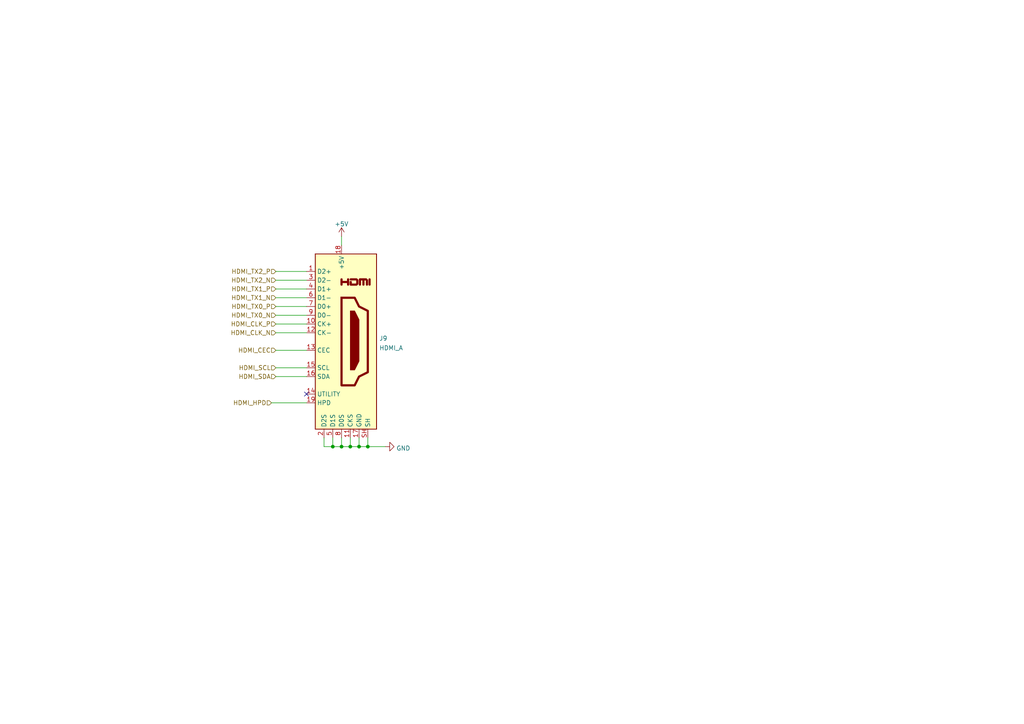
<source format=kicad_sch>
(kicad_sch (version 20211123) (generator eeschema)
  (paper "A4")
  (lib_symbols
    (symbol "Connector:HDMI_A"
      (property "Reference" "J" (at -6.35 26.67 0))
      (property "Value" "HDMI_A" (at 10.16 26.67 0))
      (symbol "HDMI_A_0_0"
        (polyline (pts (xy 8.128 16.51) (xy 8.128 18.034)) (stroke (width 0.635)))
        (polyline (pts (xy 0 16.51) (xy 0 18.034) (xy 0 17.272) (xy 1.905 17.272) (xy 1.905 18.034) (xy 1.905 16.51)) (stroke (width 0.635)))
        (polyline (pts (xy 2.667 18.034) (xy 4.318 18.034) (xy 4.572 17.78) (xy 4.572 16.764) (xy 4.318 16.51) (xy 2.667 16.51) (xy 2.667 17.272)) (stroke (width 0.635)))
      )
      (symbol "HDMI_A_0_1"
        (rectangle (start -7.62 25.4) (end 10.16 -25.4) (stroke (width 0.254)) (fill (type background)))
        (polyline (pts (xy 2.54 8.89) (xy 3.81 8.89) (xy 5.08 6.35) (xy 5.08 -5.715) (xy 3.81 -8.255) (xy 2.54 -8.255) (xy 2.54 8.89)) (fill (type outline)))
        (polyline (pts (xy 5.334 16.51) (xy 5.334 18.034) (xy 6.35 18.034) (xy 6.35 16.51) (xy 6.35 18.034) (xy 7.112 18.034) (xy 7.366 17.78) (xy 7.366 16.51)) (stroke (width 0.635)))
        (polyline (pts (xy 0 12.7) (xy 0 -12.7) (xy 3.81 -12.7) (xy 5.08 -10.16) (xy 7.62 -8.89) (xy 7.62 8.89) (xy 5.08 10.16) (xy 3.81 12.7) (xy 0 12.7)) (stroke (width 0.635)))
      )
      (symbol "HDMI_A_1_1"
        (pin passive line (at -10.16 20.32 0) (length 2.54) (name "D2+") (number "1"))
        (pin passive line (at -10.16 5.08 0) (length 2.54) (name "CK+") (number "10"))
        (pin power_in line (at 2.54 -27.94 90) (length 2.54) (name "CKS") (number "11"))
        (pin passive line (at -10.16 2.54 0) (length 2.54) (name "CK-") (number "12"))
        (pin bidirectional line (at -10.16 -2.54 0) (length 2.54) (name "CEC") (number "13"))
        (pin passive line (at -10.16 -15.24 0) (length 2.54) (name "UTILITY") (number "14"))
        (pin passive line (at -10.16 -7.62 0) (length 2.54) (name "SCL") (number "15"))
        (pin bidirectional line (at -10.16 -10.16 0) (length 2.54) (name "SDA") (number "16"))
        (pin power_in line (at 5.08 -27.94 90) (length 2.54) (name "GND") (number "17"))
        (pin power_in line (at 0 27.94 270) (length 2.54) (name "+5V") (number "18"))
        (pin passive line (at -10.16 -17.78 0) (length 2.54) (name "HPD") (number "19"))
        (pin power_in line (at -5.08 -27.94 90) (length 2.54) (name "D2S") (number "2"))
        (pin passive line (at -10.16 17.78 0) (length 2.54) (name "D2-") (number "3"))
        (pin passive line (at -10.16 15.24 0) (length 2.54) (name "D1+") (number "4"))
        (pin power_in line (at -2.54 -27.94 90) (length 2.54) (name "D1S") (number "5"))
        (pin passive line (at -10.16 12.7 0) (length 2.54) (name "D1-") (number "6"))
        (pin passive line (at -10.16 10.16 0) (length 2.54) (name "D0+") (number "7"))
        (pin power_in line (at 0 -27.94 90) (length 2.54) (name "D0S") (number "8"))
        (pin passive line (at -10.16 7.62 0) (length 2.54) (name "D0-") (number "9"))
        (pin passive line (at 7.62 -27.94 90) (length 2.54) (name "SH") (number "SH"))
      )
    )
    (symbol "power:+5V" (power) (pin_names (offset 0))
      (property "Value" "+5V" (at 0 3.556 0))
      (symbol "+5V_0_1"
        (polyline (pts (xy -0.762 1.27) (xy 0 2.54)))
        (polyline (pts (xy 0 0) (xy 0 2.54)))
        (polyline (pts (xy 0 2.54) (xy 0.762 1.27)))
      )
      (symbol "+5V_1_1"
        (pin power_in line (at 0 0 90) (length 0) hide (name "+5V") (number "1"))
      )
    )
    (symbol "power:GND" (power) (pin_names (offset 0))
      (property "Value" "GND" (at 0 -3.81 0))
      (symbol "GND_0_1"
        (polyline (pts (xy 0 0) (xy 0 -1.27) (xy 1.27 -1.27) (xy 0 -2.54) (xy -1.27 -1.27) (xy 0 -1.27)))
      )
      (symbol "GND_1_1"
        (pin power_in line (at 0 0 270) (length 0) hide (name "GND") (number "1"))
      )
    )
  )
  (junction (at 96.52 129.54))
  (junction (at 99.06 129.54))
  (junction (at 101.6 129.54))
  (junction (at 104.14 129.54))
  (junction (at 106.68 129.54))
  (no_connect (at 88.9 114.3))
  (wire (pts (xy 96.52 129.54) (xy 99.06 129.54)))
  (wire (pts (xy 78.74 116.84) (xy 88.9 116.84)))
  (wire (pts (xy 99.06 68.58) (xy 99.06 71.12)))
  (wire (pts (xy 93.98 129.54) (xy 93.98 127)))
  (wire (pts (xy 80.01 88.9) (xy 88.9 88.9)))
  (wire (pts (xy 80.01 91.44) (xy 88.9 91.44)))
  (wire (pts (xy 80.01 106.68) (xy 88.9 106.68)))
  (wire (pts (xy 80.01 78.74) (xy 88.9 78.74)))
  (wire (pts (xy 80.01 86.36) (xy 88.9 86.36)))
  (wire (pts (xy 104.14 129.54) (xy 106.68 129.54)))
  (wire (pts (xy 80.01 109.22) (xy 88.9 109.22)))
  (wire (pts (xy 96.52 129.54) (xy 96.52 127)))
  (wire (pts (xy 106.68 127) (xy 106.68 129.54)))
  (wire (pts (xy 99.06 129.54) (xy 99.06 127)))
  (wire (pts (xy 99.06 129.54) (xy 101.6 129.54)))
  (wire (pts (xy 93.98 129.54) (xy 96.52 129.54)))
  (wire (pts (xy 80.01 93.98) (xy 88.9 93.98)))
  (wire (pts (xy 101.6 129.54) (xy 104.14 129.54)))
  (wire (pts (xy 80.01 81.28) (xy 88.9 81.28)))
  (wire (pts (xy 101.6 129.54) (xy 101.6 127)))
  (wire (pts (xy 106.68 129.54) (xy 111.76 129.54)))
  (wire (pts (xy 104.14 127) (xy 104.14 129.54)))
  (wire (pts (xy 80.01 96.52) (xy 88.9 96.52)))
  (wire (pts (xy 80.01 83.82) (xy 88.9 83.82)))
  (wire (pts (xy 80.01 101.6) (xy 88.9 101.6)))
  (hierarchical_label "HDMI_TX2_P" (shape input) (at 80.01 78.74 180))
  (hierarchical_label "HDMI_SCL" (shape input) (at 80.01 106.68 180))
  (hierarchical_label "HDMI_TX0_P" (shape input) (at 80.01 88.9 180))
  (hierarchical_label "HDMI_TX1_N" (shape input) (at 80.01 86.36 180))
  (hierarchical_label "HDMI_TX1_P" (shape input) (at 80.01 83.82 180))
  (hierarchical_label "HDMI_TX0_N" (shape input) (at 80.01 91.44 180))
  (hierarchical_label "HDMI_CLK_N" (shape input) (at 80.01 96.52 180))
  (hierarchical_label "HDMI_CLK_P" (shape input) (at 80.01 93.98 180))
  (hierarchical_label "HDMI_CEC" (shape input) (at 80.01 101.6 180))
  (hierarchical_label "HDMI_TX2_N" (shape input) (at 80.01 81.28 180))
  (hierarchical_label "HDMI_SDA" (shape input) (at 80.01 109.22 180))
  (hierarchical_label "HDMI_HPD" (shape input) (at 78.74 116.84 180))
  (symbol (lib_id "power:GND") (at 111.76 129.54 90) (unit 1)
    (property "Reference" "#PWR036" (effects hide))
    (property "Value" "GND" (at 114.935 130.019 90) (effects (justify right)))
  )
  (symbol (lib_id "Connector:HDMI_A") (at 99.06 99.06 0) (unit 1)
    (property "Reference" "J9" (at 109.982 98.1515 0) (effects (justify left)))
    (property "Value" "HDMI_A" (at 109.982 100.9266 0) (effects (justify left)))
    (property "Footprint" "riklib:HDMI_A_XUNPU_HDMI-001S" (effects hide))
    (property "Datasheet" "https://en.wikipedia.org/wiki/HDMI" (effects hide))
    (property "JLC" "C720616" (effects hide))
    (property "LCSC" "C720616" (effects hide))
  )
  (symbol (lib_id "power:+5V") (at 99.06 68.58 0) (unit 1)
    (property "Reference" "#PWR035" (effects hide))
    (property "Value" "+5V" (at 99.06 64.9755 0))
  )
)
</source>
